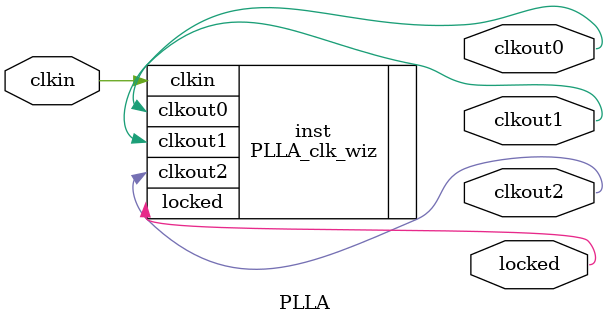
<source format=v>


`timescale 1ps/1ps

(* CORE_GENERATION_INFO = "PLLA,clk_wiz_v6_0_3_0_0,{component_name=PLLA,use_phase_alignment=true,use_min_o_jitter=false,use_max_i_jitter=false,use_dyn_phase_shift=false,use_inclk_switchover=false,use_dyn_reconfig=false,enable_axi=0,feedback_source=FDBK_AUTO,PRIMITIVE=MMCM,num_out_clk=3,clkin1_period=20.000,clkin2_period=10.0,use_power_down=false,use_reset=false,use_locked=true,use_inclk_stopped=false,feedback_type=SINGLE,CLOCK_MGR_TYPE=NA,manual_override=false}" *)

module PLLA 
 (
  // Clock out ports
  output        clkout0,
  output        clkout1,
  output        clkout2,
  // Status and control signals
  output        locked,
 // Clock in ports
  input         clkin
 );

  PLLA_clk_wiz inst
  (
  // Clock out ports  
  .clkout0(clkout0),
  .clkout1(clkout1),
  .clkout2(clkout2),
  // Status and control signals               
  .locked(locked),
 // Clock in ports
  .clkin(clkin)
  );

endmodule

</source>
